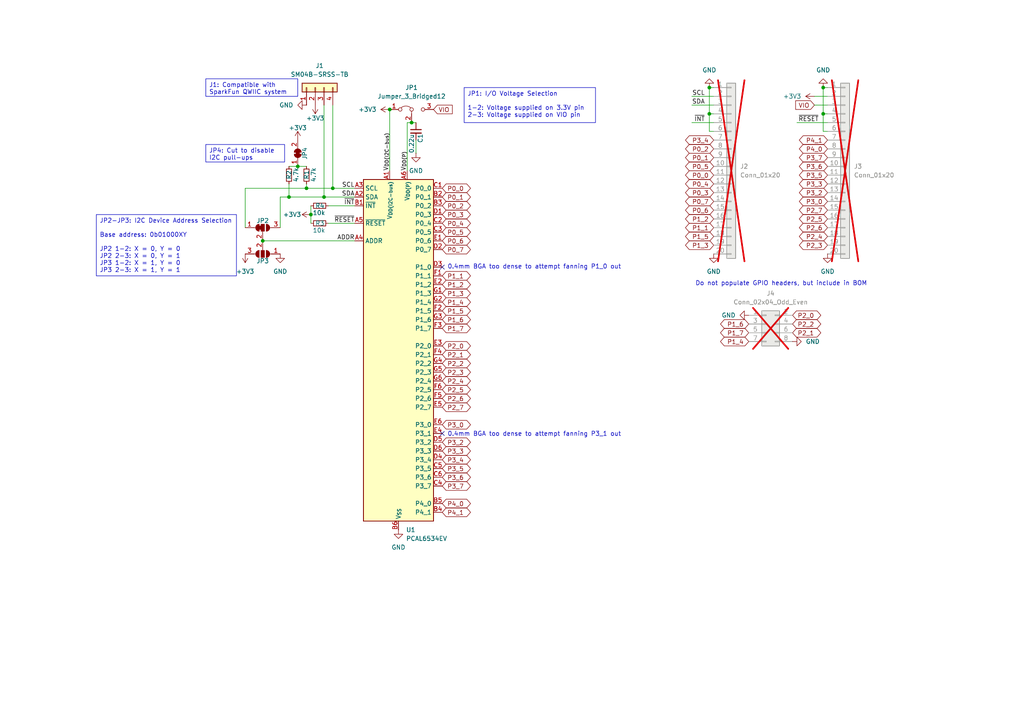
<source format=kicad_sch>
(kicad_sch (version 20231120) (generator "eeschema") (generator_version "8.0")
  (paper "A4")
  (lib_symbols
    (symbol "Connector_Generic:Conn_01x04" (pin_names (offset 1.016) hide)
      (property "Reference" "J" (at 0 5.08 0))
      (property "Value" "Conn_01x04" (at 0 -7.62 0))
      (symbol "Conn_01x04_1_1"
        (rectangle (start -1.27 -4.953) (end 0 -5.207) (stroke (width 0.1524)))
        (rectangle (start -1.27 -2.413) (end 0 -2.667) (stroke (width 0.1524)))
        (rectangle (start -1.27 0.127) (end 0 -0.127) (stroke (width 0.1524)))
        (rectangle (start -1.27 2.667) (end 0 2.413) (stroke (width 0.1524)))
        (rectangle (start -1.27 3.81) (end 1.27 -6.35) (stroke (width 0.254)) (fill (type background)))
        (pin passive line (at -5.08 2.54 0) (length 3.81) (name "Pin_1") (number "1"))
        (pin passive line (at -5.08 0 0) (length 3.81) (name "Pin_2") (number "2"))
        (pin passive line (at -5.08 -2.54 0) (length 3.81) (name "Pin_3") (number "3"))
        (pin passive line (at -5.08 -5.08 0) (length 3.81) (name "Pin_4") (number "4"))
      )
    )
    (symbol "Connector_Generic:Conn_01x20" (pin_names (offset 1.016) hide)
      (property "Reference" "J" (at 0 25.4 0))
      (property "Value" "Conn_01x20" (at 0 -27.94 0))
      (symbol "Conn_01x20_1_1"
        (rectangle (start -1.27 -25.273) (end 0 -25.527) (stroke (width 0.1524)))
        (rectangle (start -1.27 -22.733) (end 0 -22.987) (stroke (width 0.1524)))
        (rectangle (start -1.27 -20.193) (end 0 -20.447) (stroke (width 0.1524)))
        (rectangle (start -1.27 -17.653) (end 0 -17.907) (stroke (width 0.1524)))
        (rectangle (start -1.27 -15.113) (end 0 -15.367) (stroke (width 0.1524)))
        (rectangle (start -1.27 -12.573) (end 0 -12.827) (stroke (width 0.1524)))
        (rectangle (start -1.27 -10.033) (end 0 -10.287) (stroke (width 0.1524)))
        (rectangle (start -1.27 -7.493) (end 0 -7.747) (stroke (width 0.1524)))
        (rectangle (start -1.27 -4.953) (end 0 -5.207) (stroke (width 0.1524)))
        (rectangle (start -1.27 -2.413) (end 0 -2.667) (stroke (width 0.1524)))
        (rectangle (start -1.27 0.127) (end 0 -0.127) (stroke (width 0.1524)))
        (rectangle (start -1.27 2.667) (end 0 2.413) (stroke (width 0.1524)))
        (rectangle (start -1.27 5.207) (end 0 4.953) (stroke (width 0.1524)))
        (rectangle (start -1.27 7.747) (end 0 7.493) (stroke (width 0.1524)))
        (rectangle (start -1.27 10.287) (end 0 10.033) (stroke (width 0.1524)))
        (rectangle (start -1.27 12.827) (end 0 12.573) (stroke (width 0.1524)))
        (rectangle (start -1.27 15.367) (end 0 15.113) (stroke (width 0.1524)))
        (rectangle (start -1.27 17.907) (end 0 17.653) (stroke (width 0.1524)))
        (rectangle (start -1.27 20.447) (end 0 20.193) (stroke (width 0.1524)))
        (rectangle (start -1.27 22.987) (end 0 22.733) (stroke (width 0.1524)))
        (rectangle (start -1.27 24.13) (end 1.27 -26.67) (stroke (width 0.254)) (fill (type background)))
        (pin passive line (at -5.08 22.86 0) (length 3.81) (name "Pin_1") (number "1"))
        (pin passive line (at -5.08 0 0) (length 3.81) (name "Pin_10") (number "10"))
        (pin passive line (at -5.08 -2.54 0) (length 3.81) (name "Pin_11") (number "11"))
        (pin passive line (at -5.08 -5.08 0) (length 3.81) (name "Pin_12") (number "12"))
        (pin passive line (at -5.08 -7.62 0) (length 3.81) (name "Pin_13") (number "13"))
        (pin passive line (at -5.08 -10.16 0) (length 3.81) (name "Pin_14") (number "14"))
        (pin passive line (at -5.08 -12.7 0) (length 3.81) (name "Pin_15") (number "15"))
        (pin passive line (at -5.08 -15.24 0) (length 3.81) (name "Pin_16") (number "16"))
        (pin passive line (at -5.08 -17.78 0) (length 3.81) (name "Pin_17") (number "17"))
        (pin passive line (at -5.08 -20.32 0) (length 3.81) (name "Pin_18") (number "18"))
        (pin passive line (at -5.08 -22.86 0) (length 3.81) (name "Pin_19") (number "19"))
        (pin passive line (at -5.08 20.32 0) (length 3.81) (name "Pin_2") (number "2"))
        (pin passive line (at -5.08 -25.4 0) (length 3.81) (name "Pin_20") (number "20"))
        (pin passive line (at -5.08 17.78 0) (length 3.81) (name "Pin_3") (number "3"))
        (pin passive line (at -5.08 15.24 0) (length 3.81) (name "Pin_4") (number "4"))
        (pin passive line (at -5.08 12.7 0) (length 3.81) (name "Pin_5") (number "5"))
        (pin passive line (at -5.08 10.16 0) (length 3.81) (name "Pin_6") (number "6"))
        (pin passive line (at -5.08 7.62 0) (length 3.81) (name "Pin_7") (number "7"))
        (pin passive line (at -5.08 5.08 0) (length 3.81) (name "Pin_8") (number "8"))
        (pin passive line (at -5.08 2.54 0) (length 3.81) (name "Pin_9") (number "9"))
      )
    )
    (symbol "Connector_Generic:Conn_02x04_Odd_Even" (pin_names (offset 1.016) hide)
      (property "Reference" "J" (at 1.27 5.08 0))
      (property "Value" "Conn_02x04_Odd_Even" (at 1.27 -7.62 0))
      (symbol "Conn_02x04_Odd_Even_1_1"
        (rectangle (start -1.27 -4.953) (end 0 -5.207) (stroke (width 0.1524)))
        (rectangle (start -1.27 -2.413) (end 0 -2.667) (stroke (width 0.1524)))
        (rectangle (start -1.27 0.127) (end 0 -0.127) (stroke (width 0.1524)))
        (rectangle (start -1.27 2.667) (end 0 2.413) (stroke (width 0.1524)))
        (rectangle (start -1.27 3.81) (end 3.81 -6.35) (stroke (width 0.254)) (fill (type background)))
        (rectangle (start 3.81 -4.953) (end 2.54 -5.207) (stroke (width 0.1524)))
        (rectangle (start 3.81 -2.413) (end 2.54 -2.667) (stroke (width 0.1524)))
        (rectangle (start 3.81 0.127) (end 2.54 -0.127) (stroke (width 0.1524)))
        (rectangle (start 3.81 2.667) (end 2.54 2.413) (stroke (width 0.1524)))
        (pin passive line (at -5.08 2.54 0) (length 3.81) (name "Pin_1") (number "1"))
        (pin passive line (at 7.62 2.54 180) (length 3.81) (name "Pin_2") (number "2"))
        (pin passive line (at -5.08 0 0) (length 3.81) (name "Pin_3") (number "3"))
        (pin passive line (at 7.62 0 180) (length 3.81) (name "Pin_4") (number "4"))
        (pin passive line (at -5.08 -2.54 0) (length 3.81) (name "Pin_5") (number "5"))
        (pin passive line (at 7.62 -2.54 180) (length 3.81) (name "Pin_6") (number "6"))
        (pin passive line (at -5.08 -5.08 0) (length 3.81) (name "Pin_7") (number "7"))
        (pin passive line (at 7.62 -5.08 180) (length 3.81) (name "Pin_8") (number "8"))
      )
    )
    (symbol "Device:C_Small" (pin_numbers hide) (pin_names (offset 0.254) hide)
      (property "Reference" "C" (at 0.254 1.778 0))
      (property "Value" "C_Small" (at 0.254 -2.032 0))
      (symbol "C_Small_0_1"
        (polyline (pts (xy -1.524 -0.508) (xy 1.524 -0.508)) (stroke (width 0.3302)))
        (polyline (pts (xy -1.524 0.508) (xy 1.524 0.508)) (stroke (width 0.3048)))
      )
      (symbol "C_Small_1_1"
        (pin passive line (at 0 2.54 270) (length 2.032) (name "~") (number "1"))
        (pin passive line (at 0 -2.54 90) (length 2.032) (name "~") (number "2"))
      )
    )
    (symbol "Device:R_Small" (pin_numbers hide) (pin_names (offset 0.254) hide)
      (property "Reference" "R" (at 0.762 0.508 0))
      (property "Value" "R_Small" (at 0.762 -1.016 0))
      (symbol "R_Small_0_1"
        (rectangle (start -0.762 1.778) (end 0.762 -1.778) (stroke (width 0.2032)))
      )
      (symbol "R_Small_1_1"
        (pin passive line (at 0 2.54 270) (length 0.762) (name "~") (number "1"))
        (pin passive line (at 0 -2.54 90) (length 0.762) (name "~") (number "2"))
      )
    )
    (symbol "Interface_Expansion:PCAL6534EV"
      (property "Reference" "U" (at -10.16 49.53 0))
      (property "Value" "PCAL6534EV" (at 3.81 49.53 0))
      (symbol "PCAL6534EV_0_1"
        (rectangle (start -10.16 48.26) (end 10.16 -50.8) (stroke (width 0.254)) (fill (type background)))
      )
      (symbol "PCAL6534EV_1_1"
        (pin power_in line (at -2.54 50.8 270) (length 2.54) (name "V_{DD(I2C-bus)}") (number "A1"))
        (pin bidirectional line (at -12.7 43.18 0) (length 2.54) (name "SDA") (number "A2"))
        (pin input line (at -12.7 45.72 0) (length 2.54) (name "SCL") (number "A3"))
        (pin input line (at -12.7 30.48 0) (length 2.54) (name "ADDR") (number "A4"))
        (pin input line (at -12.7 35.56 0) (length 2.54) (name "~{RESET}") (number "A5"))
        (pin power_in line (at 2.54 50.8 270) (length 2.54) (name "V_{DD(P)}") (number "A6"))
        (pin open_collector line (at -12.7 40.64 0) (length 2.54) (name "~{INT}") (number "B1"))
        (pin bidirectional line (at 12.7 43.18 180) (length 2.54) (name "P0_1") (number "B2"))
        (pin bidirectional line (at 12.7 40.64 180) (length 2.54) (name "P0_2") (number "B3"))
        (pin bidirectional line (at 12.7 -48.26 180) (length 2.54) (name "P4_1") (number "B4"))
        (pin bidirectional line (at 12.7 -45.72 180) (length 2.54) (name "P4_0") (number "B5"))
        (pin power_in line (at 0 -53.34 90) (length 2.54) (name "V_{SS}") (number "B6"))
        (pin bidirectional line (at 12.7 45.72 180) (length 2.54) (name "P0_0") (number "C1"))
        (pin bidirectional line (at 12.7 35.56 180) (length 2.54) (name "P0_4") (number "C2"))
        (pin bidirectional line (at 12.7 33.02 180) (length 2.54) (name "P0_5") (number "C3"))
        (pin bidirectional line (at 12.7 -40.64 180) (length 2.54) (name "P3_7") (number "C4"))
        (pin bidirectional line (at 12.7 -35.56 180) (length 2.54) (name "P3_5") (number "C5"))
        (pin bidirectional line (at 12.7 -38.1 180) (length 2.54) (name "P3_6") (number "C6"))
        (pin bidirectional line (at 12.7 38.1 180) (length 2.54) (name "P0_3") (number "D1"))
        (pin bidirectional line (at 12.7 27.94 180) (length 2.54) (name "P0_7") (number "D2"))
        (pin bidirectional line (at 12.7 22.86 180) (length 2.54) (name "P1_0") (number "D3"))
        (pin bidirectional line (at 12.7 -33.02 180) (length 2.54) (name "P3_4") (number "D4"))
        (pin bidirectional line (at 12.7 -27.94 180) (length 2.54) (name "P3_2") (number "D5"))
        (pin bidirectional line (at 12.7 -30.48 180) (length 2.54) (name "P3_3") (number "D6"))
        (pin bidirectional line (at 12.7 30.48 180) (length 2.54) (name "P0_6") (number "E1"))
        (pin bidirectional line (at 12.7 17.78 180) (length 2.54) (name "P1_2") (number "E2"))
        (pin bidirectional line (at 12.7 0 180) (length 2.54) (name "P2_0") (number "E3"))
        (pin bidirectional line (at 12.7 -25.4 180) (length 2.54) (name "P3_1") (number "E4"))
        (pin bidirectional line (at 12.7 -17.78 180) (length 2.54) (name "P2_7") (number "E5"))
        (pin bidirectional line (at 12.7 -22.86 180) (length 2.54) (name "P3_0") (number "E6"))
        (pin bidirectional line (at 12.7 20.32 180) (length 2.54) (name "P1_1") (number "F1"))
        (pin bidirectional line (at 12.7 10.16 180) (length 2.54) (name "P1_5") (number "F2"))
        (pin bidirectional line (at 12.7 5.08 180) (length 2.54) (name "P1_7") (number "F3"))
        (pin bidirectional line (at 12.7 -2.54 180) (length 2.54) (name "P2_1") (number "F4"))
        (pin bidirectional line (at 12.7 -15.24 180) (length 2.54) (name "P2_6") (number "F5"))
        (pin bidirectional line (at 12.7 -12.7 180) (length 2.54) (name "P2_5") (number "F6"))
        (pin bidirectional line (at 12.7 15.24 180) (length 2.54) (name "P1_3") (number "G1"))
        (pin bidirectional line (at 12.7 12.7 180) (length 2.54) (name "P1_4") (number "G2"))
        (pin bidirectional line (at 12.7 7.62 180) (length 2.54) (name "P1_6") (number "G3"))
        (pin bidirectional line (at 12.7 -5.08 180) (length 2.54) (name "P2_2") (number "G4"))
        (pin bidirectional line (at 12.7 -7.62 180) (length 2.54) (name "P2_3") (number "G5"))
        (pin bidirectional line (at 12.7 -10.16 180) (length 2.54) (name "P2_4") (number "G6"))
      )
    )
    (symbol "Jumper:Jumper_3_Bridged12" (pin_names (offset 0) hide)
      (property "Reference" "JP" (at -2.54 -2.54 0))
      (property "Value" "Jumper_3_Bridged12" (at 0 2.794 0))
      (symbol "Jumper_3_Bridged12_0_0"
        (circle (center -3.302 0) (radius 0.508))
        (circle (center 0 0) (radius 0.508))
        (circle (center 3.302 0) (radius 0.508))
      )
      (symbol "Jumper_3_Bridged12_0_1"
        (arc (start -0.254 0.508) (mid -1.651 0.9912) (end -3.048 0.508))
        (polyline (pts (xy 0 -1.27) (xy 0 -0.508)))
      )
      (symbol "Jumper_3_Bridged12_1_1"
        (pin passive line (at -6.35 0 0) (length 2.54) (name "A") (number "1"))
        (pin passive line (at 0 -3.81 90) (length 2.54) (name "C") (number "2"))
        (pin passive line (at 6.35 0 180) (length 2.54) (name "B") (number "3"))
      )
    )
    (symbol "Jumper:SolderJumper_2_Bridged" (pin_names (offset 0) hide)
      (property "Reference" "JP" (at 0 2.032 0))
      (property "Value" "SolderJumper_2_Bridged" (at 0 -2.54 0))
      (symbol "SolderJumper_2_Bridged_0_1"
        (rectangle (start -0.508 0.508) (end 0.508 -0.508) (fill (type outline)))
        (arc (start -0.254 1.016) (mid -1.2656 0) (end -0.254 -1.016))
        (arc (start -0.254 1.016) (mid -1.2656 0) (end -0.254 -1.016) (fill (type outline)))
        (polyline (pts (xy -0.254 1.016) (xy -0.254 -1.016)))
        (polyline (pts (xy 0.254 1.016) (xy 0.254 -1.016)))
        (arc (start 0.254 -1.016) (mid 1.2656 0) (end 0.254 1.016))
        (arc (start 0.254 -1.016) (mid 1.2656 0) (end 0.254 1.016) (fill (type outline)))
      )
      (symbol "SolderJumper_2_Bridged_1_1"
        (pin passive line (at -3.81 0 0) (length 2.54) (name "A") (number "1"))
        (pin passive line (at 3.81 0 180) (length 2.54) (name "B") (number "2"))
      )
    )
    (symbol "Jumper:SolderJumper_3_Bridged12" (pin_names (offset 0) hide)
      (property "Reference" "JP" (at -2.54 -2.54 0))
      (property "Value" "SolderJumper_3_Bridged12" (at 0 2.794 0))
      (symbol "SolderJumper_3_Bridged12_0_1"
        (rectangle (start -1.016 0.508) (end -0.508 -0.508) (fill (type outline)))
        (arc (start -1.016 1.016) (mid -2.0276 0) (end -1.016 -1.016))
        (arc (start -1.016 1.016) (mid -2.0276 0) (end -1.016 -1.016) (fill (type outline)))
        (rectangle (start -0.508 1.016) (end 0.508 -1.016) (fill (type outline)))
        (polyline (pts (xy -2.54 0) (xy -2.032 0)))
        (polyline (pts (xy -1.016 1.016) (xy -1.016 -1.016)))
        (polyline (pts (xy 0 -1.27) (xy 0 -1.016)))
        (polyline (pts (xy 1.016 1.016) (xy 1.016 -1.016)))
        (polyline (pts (xy 2.54 0) (xy 2.032 0)))
        (arc (start 1.016 -1.016) (mid 2.0276 0) (end 1.016 1.016))
        (arc (start 1.016 -1.016) (mid 2.0276 0) (end 1.016 1.016) (fill (type outline)))
      )
      (symbol "SolderJumper_3_Bridged12_1_1"
        (pin passive line (at -5.08 0 0) (length 2.54) (name "A") (number "1"))
        (pin passive line (at 0 -3.81 90) (length 2.54) (name "C") (number "2"))
        (pin passive line (at 5.08 0 180) (length 2.54) (name "B") (number "3"))
      )
    )
    (symbol "Jumper:SolderJumper_3_Open" (pin_names (offset 0) hide)
      (property "Reference" "JP" (at -2.54 -2.54 0))
      (property "Value" "SolderJumper_3_Open" (at 0 2.794 0))
      (symbol "SolderJumper_3_Open_0_1"
        (arc (start -1.016 1.016) (mid -2.0276 0) (end -1.016 -1.016))
        (arc (start -1.016 1.016) (mid -2.0276 0) (end -1.016 -1.016) (fill (type outline)))
        (rectangle (start -0.508 1.016) (end 0.508 -1.016) (fill (type outline)))
        (polyline (pts (xy -2.54 0) (xy -2.032 0)))
        (polyline (pts (xy -1.016 1.016) (xy -1.016 -1.016)))
        (polyline (pts (xy 0 -1.27) (xy 0 -1.016)))
        (polyline (pts (xy 1.016 1.016) (xy 1.016 -1.016)))
        (polyline (pts (xy 2.54 0) (xy 2.032 0)))
        (arc (start 1.016 -1.016) (mid 2.0276 0) (end 1.016 1.016))
        (arc (start 1.016 -1.016) (mid 2.0276 0) (end 1.016 1.016) (fill (type outline)))
      )
      (symbol "SolderJumper_3_Open_1_1"
        (pin passive line (at -5.08 0 0) (length 2.54) (name "A") (number "1"))
        (pin passive line (at 0 -3.81 90) (length 2.54) (name "C") (number "2"))
        (pin passive line (at 5.08 0 180) (length 2.54) (name "B") (number "3"))
      )
    )
    (symbol "power:+3V3" (power) (pin_numbers hide) (pin_names (offset 0) hide)
      (property "Value" "+3V3" (at 0 3.556 0))
      (symbol "+3V3_0_1"
        (polyline (pts (xy -0.762 1.27) (xy 0 2.54)))
        (polyline (pts (xy 0 0) (xy 0 2.54)))
        (polyline (pts (xy 0 2.54) (xy 0.762 1.27)))
      )
      (symbol "+3V3_1_1"
        (pin power_in line (at 0 0 90) (length 0) (name "~") (number "1"))
      )
    )
    (symbol "power:GND" (power) (pin_numbers hide) (pin_names (offset 0) hide)
      (property "Value" "GND" (at 0 -3.81 0))
      (symbol "GND_0_1"
        (polyline (pts (xy 0 0) (xy 0 -1.27) (xy 1.27 -1.27) (xy 0 -2.54) (xy -1.27 -1.27) (xy 0 -1.27)))
      )
      (symbol "GND_1_1"
        (pin power_in line (at 0 0 270) (length 0) (name "~") (number "1"))
      )
    )
  )
  (junction (at 86.36 48.26))
  (junction (at 88.9 54.61))
  (junction (at 90.17 62.23))
  (junction (at 238.76 33.02))
  (junction (at 113.03 31.75))
  (junction (at 96.52 54.61))
  (junction (at 83.82 57.15))
  (junction (at 119.38 35.56))
  (junction (at 205.74 33.02))
  (junction (at 76.2 69.85))
  (junction (at 93.98 57.15))
  (junction (at 205.74 25.4))
  (junction (at 238.76 25.4))
  (no_connect (at 128.27 125.73))
  (no_connect (at 128.27 77.47))
  (wire (pts (xy 93.98 57.15) (xy 102.87 57.15)))
  (wire (pts (xy 205.74 38.1) (xy 205.74 33.02)))
  (wire (pts (xy 205.74 25.4) (xy 205.74 33.02)))
  (wire (pts (xy 90.17 62.23) (xy 90.17 64.77)))
  (wire (pts (xy 238.76 25.4) (xy 240.03 25.4)))
  (wire (pts (xy 205.74 33.02) (xy 207.01 33.02)))
  (wire (pts (xy 238.76 25.4) (xy 238.76 33.02)))
  (wire (pts (xy 96.52 30.48) (xy 96.52 54.61)))
  (wire (pts (xy 238.76 38.1) (xy 238.76 33.02)))
  (wire (pts (xy 120.65 40.64) (xy 120.65 44.45)))
  (wire (pts (xy 71.12 66.04) (xy 71.12 54.61)))
  (wire (pts (xy 207.01 38.1) (xy 205.74 38.1)))
  (wire (pts (xy 76.2 69.85) (xy 102.87 69.85)))
  (wire (pts (xy 113.03 31.75) (xy 113.03 49.53)))
  (wire (pts (xy 83.82 53.34) (xy 83.82 57.15)))
  (wire (pts (xy 200.66 30.48) (xy 207.01 30.48)))
  (wire (pts (xy 88.9 54.61) (xy 96.52 54.61)))
  (wire (pts (xy 238.76 33.02) (xy 240.03 33.02)))
  (wire (pts (xy 240.03 38.1) (xy 238.76 38.1)))
  (wire (pts (xy 120.65 35.56) (xy 119.38 35.56)))
  (wire (pts (xy 236.22 30.48) (xy 240.03 30.48)))
  (wire (pts (xy 236.22 27.94) (xy 240.03 27.94)))
  (wire (pts (xy 81.28 66.04) (xy 81.28 57.15)))
  (wire (pts (xy 88.9 53.34) (xy 88.9 54.61)))
  (wire (pts (xy 231.14 35.56) (xy 240.03 35.56)))
  (wire (pts (xy 118.11 35.56) (xy 118.11 49.53)))
  (wire (pts (xy 200.66 27.94) (xy 207.01 27.94)))
  (wire (pts (xy 205.74 25.4) (xy 207.01 25.4)))
  (wire (pts (xy 95.25 64.77) (xy 102.87 64.77)))
  (wire (pts (xy 71.12 54.61) (xy 88.9 54.61)))
  (wire (pts (xy 96.52 54.61) (xy 102.87 54.61)))
  (wire (pts (xy 83.82 48.26) (xy 86.36 48.26)))
  (wire (pts (xy 93.98 30.48) (xy 93.98 57.15)))
  (wire (pts (xy 83.82 57.15) (xy 93.98 57.15)))
  (wire (pts (xy 118.11 35.56) (xy 119.38 35.56)))
  (wire (pts (xy 102.87 59.69) (xy 95.25 59.69)))
  (wire (pts (xy 200.66 35.56) (xy 207.01 35.56)))
  (wire (pts (xy 86.36 48.26) (xy 88.9 48.26)))
  (wire (pts (xy 81.28 57.15) (xy 83.82 57.15)))
  (wire (pts (xy 90.17 59.69) (xy 90.17 62.23)))
  (text_box "JP1: I/O Voltage Selection\n\n1-2: Voltage supplied on 3.3V pin\n2-3: Voltage supplied on VIO pin" (at 134.62 25.4 0) (size 38.1 10.16) (effects (font (size 1.27 1.27)) (justify left top)))
  (text_box "J1: Compatible with SparkFun QWIIC system" (at 59.69 22.86 0) (size 26.67 5.08) (effects (font (size 1.27 1.27)) (justify left top)))
  (text_box "JP4: Cut to disable I2C pull-ups" (at 59.69 41.91 0) (size 22.86 5.08) (effects (font (size 1.27 1.27)) (justify left top)))
  (text_box "JP2-JP3: I2C Device Address Selection\n\nBase address: 0b01000XY\n\nJP2 1-2: X = 0, Y = 0\nJP2 2-3: X = 0, Y = 1\nJP3 1-2: X = 1, Y = 0\nJP3 2-3: X = 1, Y = 1" (at 27.94 62.23 0) (size 40.64 17.78) (effects (font (size 1.27 1.27)) (justify left top)))
  (text "0.4mm BGA too dense to attempt fanning P3_1 out" (at 129.794 125.984 0) (effects (font (size 1.27 1.27)) (justify left)))
  (text "Do not populate GPIO headers, but include in BOM" (at 201.676 82.296 0) (effects (font (size 1.27 1.27)) (justify left)))
  (text "0.4mm BGA too dense to attempt fanning P1_0 out" (at 129.794 77.47 0) (effects (font (size 1.27 1.27)) (justify left)))
  (label "~{RESET}" (at 102.87 64.77 180))
  (label "V_{DD(P)}" (at 118.11 49.53 90))
  (label "SCL" (at 102.87 54.61 180))
  (label "SCL" (at 204.47 27.94 180))
  (label "SDA" (at 204.47 30.48 180))
  (label "V_{DD(I2C-bus)}" (at 113.03 49.53 90))
  (label "SDA" (at 102.87 57.15 180))
  (label "~{INT}" (at 204.47 35.56 180))
  (label "ADDR" (at 102.87 69.85 180))
  (label "~{RESET}" (at 237.49 35.56 180))
  (label "~{INT}" (at 102.87 59.69 180))
  (global_label "P3_0" (shape bidirectional) (at 128.27 123.19 0) (property "Intersheetrefs" "${INTERSHEET_REFS}" (effects (hide yes))))
  (global_label "P0_5" (shape bidirectional) (at 128.27 67.31 0) (property "Intersheetrefs" "${INTERSHEET_REFS}" (effects (hide yes))))
  (global_label "P0_0" (shape bidirectional) (at 207.01 50.8 180) (property "Intersheetrefs" "${INTERSHEET_REFS}" (effects (hide yes))))
  (global_label "P1_7" (shape bidirectional) (at 217.17 96.52 180) (property "Intersheetrefs" "${INTERSHEET_REFS}" (effects (hide yes))))
  (global_label "P2_4" (shape bidirectional) (at 128.27 110.49 0) (property "Intersheetrefs" "${INTERSHEET_REFS}" (effects (hide yes))))
  (global_label "P0_5" (shape bidirectional) (at 207.01 48.26 180) (property "Intersheetrefs" "${INTERSHEET_REFS}" (effects (hide yes))))
  (global_label "P1_1" (shape bidirectional) (at 128.27 80.01 0) (property "Intersheetrefs" "${INTERSHEET_REFS}" (effects (hide yes))))
  (global_label "VIO" (shape input) (at 236.22 30.48 180) (property "Intersheetrefs" "${INTERSHEET_REFS}" (effects (hide yes))))
  (global_label "P0_2" (shape bidirectional) (at 128.27 59.69 0) (property "Intersheetrefs" "${INTERSHEET_REFS}" (effects (hide yes))))
  (global_label "P1_3" (shape bidirectional) (at 207.01 71.12 180) (property "Intersheetrefs" "${INTERSHEET_REFS}" (effects (hide yes))))
  (global_label "P2_2" (shape bidirectional) (at 128.27 105.41 0) (property "Intersheetrefs" "${INTERSHEET_REFS}" (effects (hide yes))))
  (global_label "P0_3" (shape bidirectional) (at 128.27 62.23 0) (property "Intersheetrefs" "${INTERSHEET_REFS}" (effects (hide yes))))
  (global_label "P3_6" (shape bidirectional) (at 240.03 48.26 180) (property "Intersheetrefs" "${INTERSHEET_REFS}" (effects (hide yes))))
  (global_label "P1_5" (shape bidirectional) (at 207.01 68.58 180) (property "Intersheetrefs" "${INTERSHEET_REFS}" (effects (hide yes))))
  (global_label "P4_0" (shape bidirectional) (at 128.27 146.05 0) (property "Intersheetrefs" "${INTERSHEET_REFS}" (effects (hide yes))))
  (global_label "P3_5" (shape bidirectional) (at 128.27 135.89 0) (property "Intersheetrefs" "${INTERSHEET_REFS}" (effects (hide yes))))
  (global_label "P4_0" (shape bidirectional) (at 240.03 43.18 180) (property "Intersheetrefs" "${INTERSHEET_REFS}" (effects (hide yes))))
  (global_label "P0_6" (shape bidirectional) (at 207.01 60.96 180) (property "Intersheetrefs" "${INTERSHEET_REFS}" (effects (hide yes))))
  (global_label "P3_5" (shape bidirectional) (at 240.03 50.8 180) (property "Intersheetrefs" "${INTERSHEET_REFS}" (effects (hide yes))))
  (global_label "P3_2" (shape bidirectional) (at 240.03 55.88 180) (property "Intersheetrefs" "${INTERSHEET_REFS}" (effects (hide yes))))
  (global_label "P2_0" (shape bidirectional) (at 229.87 91.44 0) (property "Intersheetrefs" "${INTERSHEET_REFS}" (effects (hide yes))))
  (global_label "P0_4" (shape bidirectional) (at 207.01 53.34 180) (property "Intersheetrefs" "${INTERSHEET_REFS}" (effects (hide yes))))
  (global_label "P2_7" (shape bidirectional) (at 128.27 118.11 0) (property "Intersheetrefs" "${INTERSHEET_REFS}" (effects (hide yes))))
  (global_label "P0_0" (shape bidirectional) (at 128.27 54.61 0) (property "Intersheetrefs" "${INTERSHEET_REFS}" (effects (hide yes))))
  (global_label "P3_6" (shape bidirectional) (at 128.27 138.43 0) (property "Intersheetrefs" "${INTERSHEET_REFS}" (effects (hide yes))))
  (global_label "P3_3" (shape bidirectional) (at 128.27 130.81 0) (property "Intersheetrefs" "${INTERSHEET_REFS}" (effects (hide yes))))
  (global_label "P0_3" (shape bidirectional) (at 207.01 55.88 180) (property "Intersheetrefs" "${INTERSHEET_REFS}" (effects (hide yes))))
  (global_label "P1_6" (shape bidirectional) (at 128.27 92.71 0) (property "Intersheetrefs" "${INTERSHEET_REFS}" (effects (hide yes))))
  (global_label "P1_2" (shape bidirectional) (at 128.27 82.55 0) (property "Intersheetrefs" "${INTERSHEET_REFS}" (effects (hide yes))))
  (global_label "P2_3" (shape bidirectional) (at 128.27 107.95 0) (property "Intersheetrefs" "${INTERSHEET_REFS}" (effects (hide yes))))
  (global_label "P0_1" (shape bidirectional) (at 128.27 57.15 0) (property "Intersheetrefs" "${INTERSHEET_REFS}" (effects (hide yes))))
  (global_label "P1_4" (shape bidirectional) (at 128.27 87.63 0) (property "Intersheetrefs" "${INTERSHEET_REFS}" (effects (hide yes))))
  (global_label "P1_1" (shape bidirectional) (at 207.01 66.04 180) (property "Intersheetrefs" "${INTERSHEET_REFS}" (effects (hide yes))))
  (global_label "P2_5" (shape bidirectional) (at 240.03 63.5 180) (property "Intersheetrefs" "${INTERSHEET_REFS}" (effects (hide yes))))
  (global_label "P2_1" (shape bidirectional) (at 128.27 102.87 0) (property "Intersheetrefs" "${INTERSHEET_REFS}" (effects (hide yes))))
  (global_label "P2_5" (shape bidirectional) (at 128.27 113.03 0) (property "Intersheetrefs" "${INTERSHEET_REFS}" (effects (hide yes))))
  (global_label "P2_6" (shape bidirectional) (at 240.03 66.04 180) (property "Intersheetrefs" "${INTERSHEET_REFS}" (effects (hide yes))))
  (global_label "P0_6" (shape bidirectional) (at 128.27 69.85 0) (property "Intersheetrefs" "${INTERSHEET_REFS}" (effects (hide yes))))
  (global_label "P3_3" (shape bidirectional) (at 240.03 53.34 180) (property "Intersheetrefs" "${INTERSHEET_REFS}" (effects (hide yes))))
  (global_label "P2_7" (shape bidirectional) (at 240.03 60.96 180) (property "Intersheetrefs" "${INTERSHEET_REFS}" (effects (hide yes))))
  (global_label "P4_1" (shape bidirectional) (at 128.27 148.59 0) (property "Intersheetrefs" "${INTERSHEET_REFS}" (effects (hide yes))))
  (global_label "P2_0" (shape bidirectional) (at 128.27 100.33 0) (property "Intersheetrefs" "${INTERSHEET_REFS}" (effects (hide yes))))
  (global_label "P3_7" (shape bidirectional) (at 128.27 140.97 0) (property "Intersheetrefs" "${INTERSHEET_REFS}" (effects (hide yes))))
  (global_label "P2_4" (shape bidirectional) (at 240.03 68.58 180) (property "Intersheetrefs" "${INTERSHEET_REFS}" (effects (hide yes))))
  (global_label "P0_7" (shape bidirectional) (at 128.27 72.39 0) (property "Intersheetrefs" "${INTERSHEET_REFS}" (effects (hide yes))))
  (global_label "P1_7" (shape bidirectional) (at 128.27 95.25 0) (property "Intersheetrefs" "${INTERSHEET_REFS}" (effects (hide yes))))
  (global_label "P1_6" (shape bidirectional) (at 217.17 93.98 180) (property "Intersheetrefs" "${INTERSHEET_REFS}" (effects (hide yes))))
  (global_label "P2_1" (shape bidirectional) (at 229.87 96.52 0) (property "Intersheetrefs" "${INTERSHEET_REFS}" (effects (hide yes))))
  (global_label "P2_6" (shape bidirectional) (at 128.27 115.57 0) (property "Intersheetrefs" "${INTERSHEET_REFS}" (effects (hide yes))))
  (global_label "VIO" (shape input) (at 125.73 31.75 0) (property "Intersheetrefs" "${INTERSHEET_REFS}" (effects (hide yes))))
  (global_label "P1_3" (shape bidirectional) (at 128.27 85.09 0) (property "Intersheetrefs" "${INTERSHEET_REFS}" (effects (hide yes))))
  (global_label "P3_0" (shape bidirectional) (at 240.03 58.42 180) (property "Intersheetrefs" "${INTERSHEET_REFS}" (effects (hide yes))))
  (global_label "P2_3" (shape bidirectional) (at 240.03 71.12 180) (property "Intersheetrefs" "${INTERSHEET_REFS}" (effects (hide yes))))
  (global_label "P4_1" (shape bidirectional) (at 240.03 40.64 180) (property "Intersheetrefs" "${INTERSHEET_REFS}" (effects (hide yes))))
  (global_label "P0_4" (shape bidirectional) (at 128.27 64.77 0) (property "Intersheetrefs" "${INTERSHEET_REFS}" (effects (hide yes))))
  (global_label "P3_4" (shape bidirectional) (at 207.01 40.64 180) (property "Intersheetrefs" "${INTERSHEET_REFS}" (effects (hide yes))))
  (global_label "P3_7" (shape bidirectional) (at 240.03 45.72 180) (property "Intersheetrefs" "${INTERSHEET_REFS}" (effects (hide yes))))
  (global_label "P3_4" (shape bidirectional) (at 128.27 133.35 0) (property "Intersheetrefs" "${INTERSHEET_REFS}" (effects (hide yes))))
  (global_label "P1_2" (shape bidirectional) (at 207.01 63.5 180) (property "Intersheetrefs" "${INTERSHEET_REFS}" (effects (hide yes))))
  (global_label "P0_1" (shape bidirectional) (at 207.01 45.72 180) (property "Intersheetrefs" "${INTERSHEET_REFS}" (effects (hide yes))))
  (global_label "P1_5" (shape bidirectional) (at 128.27 90.17 0) (property "Intersheetrefs" "${INTERSHEET_REFS}" (effects (hide yes))))
  (global_label "P2_2" (shape bidirectional) (at 229.87 93.98 0) (property "Intersheetrefs" "${INTERSHEET_REFS}" (effects (hide yes))))
  (global_label "P3_2" (shape bidirectional) (at 128.27 128.27 0) (property "Intersheetrefs" "${INTERSHEET_REFS}" (effects (hide yes))))
  (global_label "P0_7" (shape bidirectional) (at 207.01 58.42 180) (property "Intersheetrefs" "${INTERSHEET_REFS}" (effects (hide yes))))
  (global_label "P0_2" (shape bidirectional) (at 207.01 43.18 180) (property "Intersheetrefs" "${INTERSHEET_REFS}" (effects (hide yes))))
  (global_label "P1_4" (shape bidirectional) (at 217.17 99.06 180) (property "Intersheetrefs" "${INTERSHEET_REFS}" (effects (hide yes))))
  (symbol (lib_id "Device:R_Small") (at 92.71 59.69 270) (unit 1)
    (property "Reference" "R4" (at 91.44 59.69 90) (effects (justify left)))
    (property "Value" "10k" (at 90.678 61.722 90) (effects (justify left)))
    (property "Footprint" "Resistor_SMD:R_0402_1005Metric" (effects (hide yes)))
    (property "Description" "Resistor, small symbol" (effects (hide yes)))
  )
  (symbol (lib_id "power:GND") (at 88.9 30.48 270) (unit 1)
    (property "Reference" "#PWR01" (effects (hide yes)))
    (property "Value" "GND" (at 85.09 30.4799 90) (effects (justify right)))
    (property "Description" "Power symbol creates a global label with name \"GND\" , ground" (effects (hide yes)))
  )
  (symbol (lib_id "power:GND") (at 217.17 91.44 270) (unit 1)
    (property "Reference" "#PWR016" (effects (hide yes)))
    (property "Value" "GND" (at 213.36 91.4399 90) (effects (justify right)))
    (property "Description" "Power symbol creates a global label with name \"GND\" , ground" (effects (hide yes)))
  )
  (symbol (lib_id "Connector_Generic:Conn_01x20") (at 245.11 48.26 0) (unit 1) (dnp yes)
    (property "Reference" "J3" (at 247.65 48.2599 0) (effects (justify left)))
    (property "Value" "Conn_01x20" (at 247.65 50.7999 0) (effects (justify left)))
    (property "Footprint" "Connector_PinHeader_2.54mm:PinHeader_1x20_P2.54mm_Vertical" (effects (hide yes)))
    (property "Description" "Generic connector, single row, 01x20, script generated (kicad-library-utils/schlib/autogen/connector/)" (effects (hide yes)))
  )
  (symbol (lib_id "Device:R_Small") (at 83.82 50.8 0) (unit 1)
    (property "Reference" "R2" (at 83.82 52.07 90) (effects (justify left)))
    (property "Value" "4.7k" (at 85.852 52.832 90) (effects (justify left)))
    (property "Footprint" "Resistor_SMD:R_0402_1005Metric" (effects (hide yes)))
    (property "Description" "Resistor, small symbol" (effects (hide yes)))
  )
  (symbol (lib_id "power:+3V3") (at 86.36 40.64 0) (unit 1)
    (property "Reference" "#PWR06" (effects (hide yes)))
    (property "Value" "+3V3" (at 86.36 37.084 0))
    (property "Description" "Power symbol creates a global label with name \"+3V3\"" (effects (hide yes)))
  )
  (symbol (lib_id "power:+3V3") (at 71.12 73.66 180) (unit 1)
    (property "Reference" "#PWR05" (effects (hide yes)))
    (property "Value" "+3V3" (at 71.12 78.74 0))
    (property "Description" "Power symbol creates a global label with name \"+3V3\"" (effects (hide yes)))
  )
  (symbol (lib_id "Connector_Generic:Conn_02x04_Odd_Even") (at 222.25 93.98 0) (unit 1) (dnp yes)
    (property "Reference" "J4" (at 223.52 85.09 0))
    (property "Value" "Conn_02x04_Odd_Even" (at 223.52 87.63 0))
    (property "Footprint" "Connector_PinHeader_2.54mm:PinHeader_2x04_P2.54mm_Vertical" (effects (hide yes)))
    (property "Description" "Generic connector, double row, 02x04, odd/even pin numbering scheme (row 1 odd numbers, row 2 even numbers), script generated (kicad-library-utils/schlib/autogen/connector/)" (effects (hide yes)))
  )
  (symbol (lib_id "power:GND") (at 240.03 73.66 0) (unit 1)
    (property "Reference" "#PWR014" (effects (hide yes)))
    (property "Value" "GND" (at 240.03 78.74 0))
    (property "Description" "Power symbol creates a global label with name \"GND\" , ground" (effects (hide yes)))
  )
  (symbol (lib_id "Connector_Generic:Conn_01x20") (at 212.09 48.26 0) (unit 1) (dnp yes)
    (property "Reference" "J2" (at 214.63 48.2599 0) (effects (justify left)))
    (property "Value" "Conn_01x20" (at 214.63 50.7999 0) (effects (justify left)))
    (property "Footprint" "Connector_PinHeader_2.54mm:PinHeader_1x20_P2.54mm_Vertical" (effects (hide yes)))
    (property "Description" "Generic connector, single row, 01x20, script generated (kicad-library-utils/schlib/autogen/connector/)" (effects (hide yes)))
  )
  (symbol (lib_id "Interface_Expansion:PCAL6534EV") (at 115.57 100.33 0) (unit 1)
    (property "Reference" "U1" (at 117.7641 153.67 0) (effects (justify left)))
    (property "Value" "PCAL6534EV" (at 117.7641 156.21 0) (effects (justify left)))
    (property "Footprint" "Package_BGA:NXP_VFBGA-42_2.6x3mm_Layout6x7_P0.4mm_Ball0.25mm_Pad0.24mm" (effects (hide yes)))
    (property "Datasheet" "https://www.nxp.com/docs/en/data-sheet/PCAL6534.pdf" (effects (hide yes)))
    (property "Description" "Ultra low-voltage translating 34-bit Fm+ I2C-bus/SMBus I/O expander with Agile I/O features, interrupt output and reset" (effects (hide yes)))
  )
  (symbol (lib_id "Device:C_Small") (at 120.65 38.1 0) (unit 1)
    (property "Reference" "C1" (at 121.92 40.132 90))
    (property "Value" "0.22u" (at 119.38 41.656 90))
    (property "Footprint" "Capacitor_SMD:C_0402_1005Metric" (effects (hide yes)))
    (property "Description" "Unpolarized capacitor, small symbol" (effects (hide yes)))
  )
  (symbol (lib_id "Connector_Generic:Conn_01x04") (at 91.44 25.4 90) (unit 1)
    (property "Reference" "J1" (at 92.71 19.05 90))
    (property "Value" "SM04B-SRSS-TB" (at 92.71 21.59 90))
    (property "Footprint" "Connector_JST:JST_SH_SM04B-SRSS-TB_1x04-1MP_P1.00mm_Horizontal" (effects (hide yes)))
    (property "Description" "Generic connector, single row, 01x04, script generated (kicad-library-utils/schlib/autogen/connector/)" (effects (hide yes)))
  )
  (symbol (lib_id "power:+3V3") (at 90.17 62.23 90) (unit 1)
    (property "Reference" "#PWR011" (effects (hide yes)))
    (property "Value" "+3V3" (at 87.376 62.23 90) (effects (justify left)))
    (property "Description" "Power symbol creates a global label with name \"+3V3\"" (effects (hide yes)))
  )
  (symbol (lib_id "power:GND") (at 115.57 153.67 0) (unit 1)
    (property "Reference" "#PWR07" (effects (hide yes)))
    (property "Value" "GND" (at 115.57 158.75 0))
    (property "Description" "Power symbol creates a global label with name \"GND\" , ground" (effects (hide yes)))
  )
  (symbol (lib_id "Jumper:Jumper_3_Bridged12") (at 119.38 31.75 0) (unit 1)
    (property "Reference" "JP1" (at 119.38 25.4 0))
    (property "Value" "Jumper_3_Bridged12" (at 119.38 27.94 0))
    (property "Footprint" "Connector_PinHeader_2.54mm:PinHeader_1x03_P2.54mm_Vertical" (effects (hide yes)))
    (property "Description" "Jumper, 3-pole, pins 1+2 closed/bridged" (effects (hide yes)))
  )
  (symbol (lib_id "power:GND") (at 81.28 73.66 0) (unit 1)
    (property "Reference" "#PWR04" (effects (hide yes)))
    (property "Value" "GND" (at 81.28 78.74 0))
    (property "Description" "Power symbol creates a global label with name \"GND\" , ground" (effects (hide yes)))
  )
  (symbol (lib_id "Jumper:SolderJumper_3_Bridged12") (at 76.2 66.04 0) (unit 1) (in_bom no)
    (property "Reference" "JP2" (at 76.2 64.008 0))
    (property "Value" "SolderJumper_3_Bridged12" (effects (hide yes)))
    (property "Footprint" "Jumper:SolderJumper-3_P1.3mm_Bridged12_RoundedPad1.0x1.5mm_NumberLabels" (effects (hide yes)))
    (property "Description" "3-pole Solder Jumper, pins 1+2 closed/bridged" (effects (hide yes)))
  )
  (symbol (lib_id "power:+3V3") (at 91.44 30.48 180) (unit 1)
    (property "Reference" "#PWR03" (effects (hide yes)))
    (property "Value" "+3V3" (at 91.44 34.29 0))
    (property "Description" "Power symbol creates a global label with name \"+3V3\"" (effects (hide yes)))
  )
  (symbol (lib_id "power:GND") (at 238.76 25.4 180) (unit 1)
    (property "Reference" "#PWR09" (effects (hide yes)))
    (property "Value" "GND" (at 238.76 20.32 0))
    (property "Description" "Power symbol creates a global label with name \"GND\" , ground" (effects (hide yes)))
  )
  (symbol (lib_id "power:GND") (at 207.01 73.66 0) (unit 1)
    (property "Reference" "#PWR013" (effects (hide yes)))
    (property "Value" "GND" (at 207.01 78.74 0))
    (property "Description" "Power symbol creates a global label with name \"GND\" , ground" (effects (hide yes)))
  )
  (symbol (lib_id "Jumper:SolderJumper_3_Open") (at 76.2 73.66 180) (unit 1) (in_bom no)
    (property "Reference" "JP3" (at 76.2 75.692 0))
    (property "Value" "SolderJumper_3_Open" (effects (hide yes)))
    (property "Footprint" "Jumper:SolderJumper-3_P1.3mm_Open_RoundedPad1.0x1.5mm_NumberLabels" (effects (hide yes)))
    (property "Description" "Solder Jumper, 3-pole, open" (effects (hide yes)))
  )
  (symbol (lib_id "power:GND") (at 205.74 25.4 180) (unit 1)
    (property "Reference" "#PWR08" (effects (hide yes)))
    (property "Value" "GND" (at 205.74 20.32 0))
    (property "Description" "Power symbol creates a global label with name \"GND\" , ground" (effects (hide yes)))
  )
  (symbol (lib_id "power:+3V3") (at 113.03 31.75 90) (unit 1)
    (property "Reference" "#PWR02" (effects (hide yes)))
    (property "Value" "+3V3" (at 109.22 31.7499 90) (effects (justify left)))
    (property "Description" "Power symbol creates a global label with name \"+3V3\"" (effects (hide yes)))
  )
  (symbol (lib_id "Device:R_Small") (at 92.71 64.77 270) (unit 1)
    (property "Reference" "R3" (at 91.44 64.77 90) (effects (justify left)))
    (property "Value" "10k" (at 90.678 66.802 90) (effects (justify left)))
    (property "Footprint" "Resistor_SMD:R_0402_1005Metric" (effects (hide yes)))
    (property "Description" "Resistor, small symbol" (effects (hide yes)))
  )
  (symbol (lib_id "Device:R_Small") (at 88.9 50.8 0) (unit 1)
    (property "Reference" "R1" (at 88.9 52.07 90) (effects (justify left)))
    (property "Value" "4.7k" (at 90.932 52.832 90) (effects (justify left)))
    (property "Footprint" "Resistor_SMD:R_0402_1005Metric" (effects (hide yes)))
    (property "Description" "Resistor, small symbol" (effects (hide yes)))
  )
  (symbol (lib_id "power:GND") (at 120.65 44.45 0) (unit 1)
    (property "Reference" "#PWR012" (effects (hide yes)))
    (property "Value" "GND" (at 120.65 49.53 0))
    (property "Description" "Power symbol creates a global label with name \"GND\" , ground" (effects (hide yes)))
  )
  (symbol (lib_id "power:GND") (at 229.87 99.06 90) (unit 1)
    (property "Reference" "#PWR015" (effects (hide yes)))
    (property "Value" "GND" (at 233.68 99.0599 90) (effects (justify right)))
    (property "Description" "Power symbol creates a global label with name \"GND\" , ground" (effects (hide yes)))
  )
  (symbol (lib_id "Jumper:SolderJumper_2_Bridged") (at 86.36 44.45 90) (unit 1) (in_bom no)
    (property "Reference" "JP4" (at 88.392 42.672 0) (effects (justify right)))
    (property "Value" "SolderJumper_2_Bridged" (effects (hide yes)))
    (property "Footprint" "Jumper:SolderJumper-2_P1.3mm_Bridged_RoundedPad1.0x1.5mm" (effects (hide yes)))
    (property "Description" "Solder Jumper, 2-pole, closed/bridged" (effects (hide yes)))
  )
  (symbol (lib_id "power:+3V3") (at 236.22 27.94 90) (unit 1)
    (property "Reference" "#PWR010" (effects (hide yes)))
    (property "Value" "+3V3" (at 232.41 27.9399 90) (effects (justify left)))
    (property "Description" "Power symbol creates a global label with name \"+3V3\"" (effects (hide yes)))
  )
)
</source>
